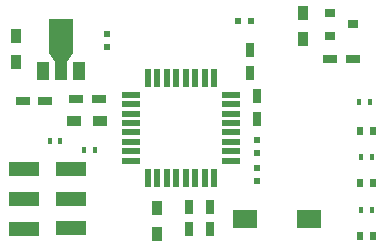
<source format=gtp>
G04 #@! TF.GenerationSoftware,KiCad,Pcbnew,5.1.2-f72e74a~84~ubuntu16.04.1*
G04 #@! TF.CreationDate,2019-05-31T10:16:47+03:00*
G04 #@! TF.ProjectId,serial_gw_ATSAMD21E,73657269-616c-45f6-9777-5f415453414d,rev?*
G04 #@! TF.SameCoordinates,Original*
G04 #@! TF.FileFunction,Paste,Top*
G04 #@! TF.FilePolarity,Positive*
%FSLAX46Y46*%
G04 Gerber Fmt 4.6, Leading zero omitted, Abs format (unit mm)*
G04 Created by KiCad (PCBNEW 5.1.2-f72e74a~84~ubuntu16.04.1) date 2019-05-31 10:16:47*
%MOMM*%
%LPD*%
G04 APERTURE LIST*
%ADD10R,0.400000X0.600000*%
%ADD11R,0.600000X0.700000*%
%ADD12R,0.750000X1.200000*%
%ADD13R,0.500000X0.600000*%
%ADD14R,1.200000X0.750000*%
%ADD15R,0.600000X0.500000*%
%ADD16R,2.500000X1.270000*%
%ADD17R,0.900000X1.200000*%
%ADD18R,1.200000X0.900000*%
%ADD19R,2.000000X1.600000*%
%ADD20R,0.550000X1.600000*%
%ADD21R,1.600000X0.550000*%
%ADD22R,0.900000X0.800000*%
%ADD23C,0.750000*%
%ADD24C,0.100000*%
%ADD25R,2.000000X3.000000*%
%ADD26R,1.000000X1.500000*%
G04 APERTURE END LIST*
D10*
X118850000Y-90200000D03*
X117950000Y-90200000D03*
X115050000Y-89400000D03*
X115950000Y-89400000D03*
X142150000Y-86100000D03*
X141250000Y-86100000D03*
X142300000Y-95300000D03*
X141400000Y-95300000D03*
X142300000Y-90800000D03*
X141400000Y-90800000D03*
D11*
X142400000Y-88600000D03*
X141300000Y-88600000D03*
X142400000Y-93000000D03*
X141300000Y-93000000D03*
X142400000Y-97500000D03*
X141300000Y-97500000D03*
D12*
X132600000Y-87550000D03*
X132600000Y-85650000D03*
D13*
X132600000Y-90400000D03*
X132600000Y-89300000D03*
X119900000Y-80400000D03*
X119900000Y-81500000D03*
D14*
X138800000Y-82500000D03*
X140700000Y-82500000D03*
D12*
X132000000Y-81750000D03*
X132000000Y-83650000D03*
X128640000Y-95010000D03*
X128640000Y-96910000D03*
X126830000Y-94990000D03*
X126830000Y-96890000D03*
D15*
X131000000Y-79300000D03*
X132100000Y-79300000D03*
D13*
X132600000Y-91700000D03*
X132600000Y-92800000D03*
D14*
X114650000Y-86000000D03*
X112750000Y-86000000D03*
X119200000Y-85900000D03*
X117300000Y-85900000D03*
D16*
X116860000Y-96800000D03*
X116860000Y-94300000D03*
X116860000Y-91760000D03*
X112860000Y-91760000D03*
X112860000Y-94300000D03*
X112860000Y-96840000D03*
D17*
X112200000Y-80500000D03*
X112200000Y-82700000D03*
X124100000Y-97300000D03*
X124100000Y-95100000D03*
X136500000Y-78600000D03*
X136500000Y-80800000D03*
D18*
X119300000Y-87700000D03*
X117100000Y-87700000D03*
D19*
X131600000Y-96000000D03*
X137000000Y-96000000D03*
D20*
X128950000Y-92550000D03*
X128150000Y-92550000D03*
X127350000Y-92550000D03*
X126550000Y-92550000D03*
X125750000Y-92550000D03*
X124950000Y-92550000D03*
X124150000Y-92550000D03*
X123350000Y-92550000D03*
D21*
X121900000Y-91100000D03*
X121900000Y-90300000D03*
X121900000Y-89500000D03*
X121900000Y-88700000D03*
X121900000Y-87900000D03*
X121900000Y-87100000D03*
X121900000Y-86300000D03*
X121900000Y-85500000D03*
D20*
X123350000Y-84050000D03*
X124150000Y-84050000D03*
X124950000Y-84050000D03*
X125750000Y-84050000D03*
X126550000Y-84050000D03*
X127350000Y-84050000D03*
X128150000Y-84050000D03*
X128950000Y-84050000D03*
D21*
X130400000Y-85500000D03*
X130400000Y-86300000D03*
X130400000Y-87100000D03*
X130400000Y-87900000D03*
X130400000Y-88700000D03*
X130400000Y-89500000D03*
X130400000Y-90300000D03*
X130400000Y-91100000D03*
D22*
X140750000Y-79550000D03*
X138750000Y-80500000D03*
X138750000Y-78600000D03*
D23*
X116000000Y-82350000D03*
D24*
G36*
X117000000Y-81975000D02*
G01*
X116500000Y-82725000D01*
X115500000Y-82725000D01*
X115000000Y-81975000D01*
X117000000Y-81975000D01*
X117000000Y-81975000D01*
G37*
D25*
X116000000Y-80500000D03*
D26*
X117500000Y-83460000D03*
X116000000Y-83460000D03*
X114500000Y-83460000D03*
M02*

</source>
